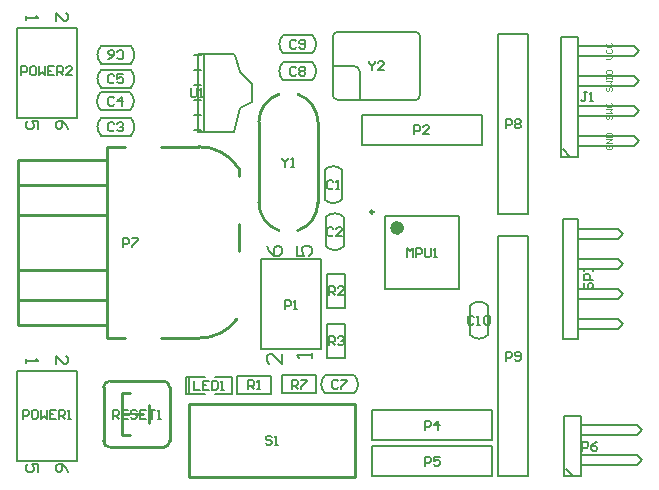
<source format=gto>
G04*
G04 #@! TF.GenerationSoftware,Altium Limited,Altium Designer,19.0.12 (326)*
G04*
G04 Layer_Color=65535*
%FSLAX25Y25*%
%MOIN*%
G70*
G01*
G75*
%ADD10C,0.00500*%
%ADD11C,0.00984*%
%ADD12C,0.02362*%
%ADD13C,0.01000*%
%ADD14C,0.00700*%
%ADD15C,0.00787*%
%ADD16C,0.00800*%
%ADD17C,0.00400*%
D10*
X29079Y123953D02*
G03*
X29079Y118047I2953J-2953D01*
G01*
X38921D02*
G03*
X38921Y123953I-2953J2953D01*
G01*
X104047Y81079D02*
G03*
X109953Y81079I2953J2953D01*
G01*
Y90921D02*
G03*
X104047Y90921I-2953J-2953D01*
G01*
X38921Y142047D02*
G03*
X38921Y147953I-2953J2953D01*
G01*
X29079D02*
G03*
X29079Y142047I2953J-2953D01*
G01*
X109453Y106598D02*
G03*
X103547Y106598I-2953J-2953D01*
G01*
Y96756D02*
G03*
X109453Y96756I2953J2953D01*
G01*
X38772Y126547D02*
G03*
X38772Y132453I-2953J2953D01*
G01*
X28929D02*
G03*
X28929Y126547I2953J-2953D01*
G01*
X29079Y139953D02*
G03*
X29079Y134047I2953J-2953D01*
G01*
X38921D02*
G03*
X38921Y139953I-2953J2953D01*
G01*
X113496Y32178D02*
G03*
X113496Y38084I-2953J2953D01*
G01*
X103654D02*
G03*
X103654Y32178I2953J-2953D01*
G01*
X99524Y136547D02*
G03*
X99524Y142453I-2953J2953D01*
G01*
X89681D02*
G03*
X89681Y136547I2953J-2953D01*
G01*
X99524Y145547D02*
G03*
X99524Y151453I-2953J2953D01*
G01*
X89681D02*
G03*
X89681Y145547I2953J-2953D01*
G01*
X152100Y51579D02*
G03*
X158005Y51579I2953J2953D01*
G01*
Y61421D02*
G03*
X152100Y61421I-2953J-2953D01*
G01*
X29079Y123953D02*
X38921D01*
X29079Y118047D02*
X38921D01*
X104047Y81079D02*
Y90921D01*
X109953Y81079D02*
Y90921D01*
X29079Y142047D02*
X38921D01*
X29079Y147953D02*
X38921D01*
X109453Y96756D02*
Y106598D01*
X103547Y96756D02*
Y106598D01*
X28929Y126547D02*
X38772D01*
X28929Y132453D02*
X38772D01*
X29079Y139953D02*
X38921D01*
X29079Y134047D02*
X38921D01*
X103654Y32178D02*
X113496D01*
X103654Y38084D02*
X113496D01*
X89681Y136547D02*
X99524D01*
X89681Y142453D02*
X99524D01*
X89681Y145547D02*
X99524D01*
X89681Y151453D02*
X99524D01*
X152100Y51579D02*
Y61421D01*
X158005Y51579D02*
Y61421D01*
X85709Y32047D02*
Y37953D01*
X74291D02*
X85709D01*
X74291Y32047D02*
Y37953D01*
Y32047D02*
X85709D01*
X104398Y72059D02*
X110303D01*
X104398Y60642D02*
Y72059D01*
Y60642D02*
X110303D01*
Y72059D01*
X104441Y55358D02*
X110346D01*
X104441Y43941D02*
Y55358D01*
Y43941D02*
X110346D01*
Y55358D01*
X100709Y32178D02*
Y38084D01*
X89291D02*
X100709D01*
X89291Y32178D02*
Y38084D01*
Y32178D02*
X100709D01*
D11*
X119858Y92583D02*
G03*
X119858Y92583I-492J0D01*
G01*
D12*
X128913Y87268D02*
G03*
X128913Y87268I-1181J0D01*
G01*
D13*
X88315Y131805D02*
G03*
X81657Y122492I3185J-9313D01*
G01*
X94685Y86408D02*
G03*
X101342Y95720I-3185J9313D01*
G01*
Y122492D02*
G03*
X94685Y131805I-9843J0D01*
G01*
X81657Y95720D02*
G03*
X88315Y86408I9843J0D01*
G01*
X31189Y82425D02*
G03*
X31189Y82425I0J0D01*
G01*
X74853Y107205D02*
G03*
X61654Y114315I-12956J-8244D01*
G01*
Y50535D02*
G03*
X74367Y56927I243J15354D01*
G01*
X29900Y16177D02*
G03*
X31900Y14177I2000J0D01*
G01*
Y36177D02*
G03*
X29900Y34177I0J-2000D01*
G01*
X51900D02*
G03*
X49900Y36177I-2000J0D01*
G01*
Y14177D02*
G03*
X51900Y16177I0J2000D01*
G01*
X81657Y122492D02*
X81658Y95720D01*
X101342Y122513D02*
X101343Y95720D01*
X31189Y50535D02*
Y114315D01*
X37095D01*
X31189Y50535D02*
X37095D01*
X1268Y109984D02*
X31189D01*
X1268Y54866D02*
Y109984D01*
Y54866D02*
X31189D01*
X1268Y63331D02*
X31189D01*
X1268Y73173D02*
X31189D01*
X1268Y91677D02*
X31189D01*
X1268Y101520D02*
X31189D01*
X74890Y79669D02*
Y88724D01*
X48906Y114315D02*
X61654D01*
X74890Y104472D02*
Y107205D01*
X48906Y50535D02*
X61865D01*
X35900Y32177D02*
X38800D01*
X35900Y18177D02*
Y32177D01*
Y18177D02*
X38800D01*
X44900Y22177D02*
Y28077D01*
X40300Y25177D02*
X42900D01*
X35900D02*
X38500D01*
X31900Y14177D02*
X49900D01*
X29900Y16177D02*
Y34177D01*
X31900Y36177D02*
X49900D01*
X51900Y16177D02*
Y34177D01*
X58441Y28705D02*
X113559D01*
Y4295D02*
Y28705D01*
X58441Y4295D02*
X113559D01*
X58441D02*
Y28705D01*
D14*
X115264Y139331D02*
G03*
X113295Y141299I-1969J0D01*
G01*
X106209Y131850D02*
G03*
X108177Y129882I1969J0D01*
G01*
X133768D02*
G03*
X135343Y131457I0J1575D01*
G01*
Y151142D02*
G03*
X133768Y152717I-1575J0D01*
G01*
X108177D02*
G03*
X106209Y150748I0J-1969D01*
G01*
X115264Y129882D02*
Y139331D01*
X106209Y141299D02*
X113295D01*
X106209Y131850D02*
Y149173D01*
X108177Y129882D02*
X133768D01*
X135343Y131457D02*
Y151142D01*
X108177Y152717D02*
X133768D01*
X106209Y149173D02*
Y150748D01*
D15*
X183000Y50221D02*
Y90221D01*
X188000Y86888D02*
X201333D01*
X203000Y85221D01*
X201333Y83555D02*
X203000Y85221D01*
X188000Y83555D02*
X201333D01*
X188000Y76888D02*
X201333D01*
X203000Y75221D01*
X201333Y73555D02*
X203000Y75221D01*
X188000Y73555D02*
X201333D01*
X188000Y66888D02*
X201333D01*
X203000Y65221D01*
X201333Y63555D02*
X203000Y65221D01*
X188000Y63555D02*
X201333D01*
X188000Y56888D02*
X201333D01*
X203000Y55221D01*
X201333Y53555D02*
X203000Y55221D01*
X188000Y53555D02*
X201333D01*
X183000Y50221D02*
X188000D01*
X183000Y90221D02*
X188000D01*
Y50221D02*
Y90221D01*
X183500Y11569D02*
Y24568D01*
Y4569D02*
Y11569D01*
X184000Y7068D02*
X186500Y4569D01*
X183500D02*
X189000D01*
Y24568D01*
X183500D02*
X189000D01*
X207866Y18199D02*
X209533Y19866D01*
X189000Y18199D02*
X207866D01*
X189000Y21532D02*
X207830D01*
X207866D02*
X209533Y19866D01*
X207866Y11532D02*
X209533Y9866D01*
X207830Y11569D02*
X207866Y11532D01*
X189000D02*
X207830D01*
X189000Y8199D02*
X207866D01*
X209533Y9866D01*
X61300Y119100D02*
Y145100D01*
X63300Y119100D02*
Y145100D01*
X60000Y145000D02*
X62500D01*
X60000Y140000D02*
X62500D01*
X60000Y135000D02*
X62500D01*
X60000Y130000D02*
X62500D01*
X60000Y125000D02*
X62500D01*
X60000Y120000D02*
X62500D01*
X61300Y145100D02*
X63300D01*
X73300D01*
X61300Y119100D02*
X63300D01*
X61300D02*
X73300D01*
X75300Y127100D02*
X79300Y129100D01*
X73300Y119100D02*
X75300Y127100D01*
X79300Y129100D02*
Y135100D01*
X73633Y144933D02*
X75300Y139100D01*
X79300Y135100D01*
X123795Y66795D02*
Y91205D01*
X148205Y66795D02*
Y91205D01*
X123795D02*
X148205D01*
X123795Y66795D02*
X148205D01*
X161500Y152000D02*
X171500D01*
X161500Y92000D02*
X171500D01*
X161500D02*
Y152000D01*
X171500Y92000D02*
Y152000D01*
X161500Y84569D02*
X171500D01*
Y4569D02*
Y84569D01*
X161500Y4569D02*
X171500D01*
X161500D02*
Y84569D01*
X156000Y115000D02*
Y125000D01*
X116000Y115000D02*
X156000D01*
X116000Y125000D02*
X156000D01*
X116000Y115000D02*
Y125000D01*
X119500Y4500D02*
Y14500D01*
X159500D01*
X119500Y4500D02*
X159500D01*
Y14500D01*
X182500Y151000D02*
X188000D01*
Y111000D02*
Y151000D01*
X182500Y111000D02*
X188000D01*
X183000Y113500D02*
X185500Y111000D01*
X182500D02*
Y118000D01*
Y151000D01*
X206866Y147964D02*
X208533Y146297D01*
X188000Y147964D02*
X206830D01*
X188000Y144631D02*
X206866D01*
X208533Y146297D01*
X206866Y137964D02*
X208533Y136297D01*
X188000Y137964D02*
X206830D01*
X188000Y134631D02*
X206866D01*
X208533Y136297D01*
X206866Y124630D02*
X208533Y126297D01*
X188000Y124630D02*
X206866D01*
X188000Y127964D02*
X206830D01*
X206866D02*
X208533Y126297D01*
X206866Y117964D02*
X208533Y116297D01*
X206830Y118000D02*
X206866Y117964D01*
X188000D02*
X206830D01*
X188000Y114630D02*
X206866D01*
X208533Y116297D01*
X102324Y57833D02*
Y77000D01*
Y47000D02*
Y77000D01*
X82324Y47000D02*
Y77000D01*
Y47000D02*
X102324D01*
X82324Y77000D02*
X102324D01*
X119500Y16500D02*
Y26500D01*
X159500D01*
X119500Y16500D02*
X159500D01*
Y26500D01*
X1000Y9500D02*
Y28667D01*
Y9500D02*
Y39500D01*
X21000Y9500D02*
Y39500D01*
X1000D02*
X21000D01*
X1000Y9500D02*
X21000D01*
X1000Y124000D02*
Y143167D01*
Y124000D02*
Y154000D01*
X21000Y124000D02*
Y154000D01*
X1000D02*
X21000D01*
X1000Y124000D02*
X21000D01*
D16*
X57360Y37668D02*
X58360D01*
X57360Y32068D02*
Y37668D01*
Y32068D02*
X58360D01*
X58460Y37668D02*
X63760D01*
X58360Y32268D02*
Y37668D01*
Y32068D02*
X63760D01*
X67160Y37668D02*
X72560D01*
Y37468D02*
Y37668D01*
Y32068D02*
Y37468D01*
X72460Y32068D02*
X72560D01*
X67160D02*
X72460D01*
X33499Y121999D02*
X33000Y122499D01*
X32000D01*
X31500Y121999D01*
Y120000D01*
X32000Y119500D01*
X33000D01*
X33499Y120000D01*
X34499Y121999D02*
X34999Y122499D01*
X35999D01*
X36498Y121999D01*
Y121499D01*
X35999Y121000D01*
X35499D01*
X35999D01*
X36498Y120500D01*
Y120000D01*
X35999Y119500D01*
X34999D01*
X34499Y120000D01*
X190501Y68999D02*
X190001Y68499D01*
Y67500D01*
X190501Y67000D01*
X191001D01*
X191500Y67500D01*
Y68499D01*
X192000Y68999D01*
X192500D01*
X193000Y68499D01*
Y67500D01*
X192500Y67000D01*
X193000Y69999D02*
X190001D01*
Y71499D01*
X190501Y71998D01*
X191500D01*
X192000Y71499D01*
Y69999D01*
X190001Y72998D02*
Y73998D01*
Y73498D01*
X193000D01*
Y72998D01*
Y73998D01*
X99324Y44000D02*
Y45666D01*
Y44833D01*
X94326D01*
X95159Y44000D01*
X89324Y45332D02*
Y42000D01*
X85992Y45332D01*
X85159D01*
X84326Y44499D01*
Y42833D01*
X85159Y42000D01*
X94326Y81332D02*
Y78000D01*
X96825D01*
X95992Y79666D01*
Y80499D01*
X96825Y81332D01*
X98491D01*
X99324Y80499D01*
Y78833D01*
X98491Y78000D01*
X84326Y81332D02*
X85159Y79666D01*
X86825Y78000D01*
X88491D01*
X89324Y78833D01*
Y80499D01*
X88491Y81332D01*
X87658D01*
X86825Y80499D01*
Y78000D01*
X4000Y43500D02*
Y42167D01*
Y42834D01*
X7999D01*
X7332Y43500D01*
X14000Y41834D02*
Y44500D01*
X16666Y41834D01*
X17332D01*
X17999Y42501D01*
Y43834D01*
X17332Y44500D01*
X7999Y5834D02*
Y8500D01*
X5999D01*
X6666Y7167D01*
Y6501D01*
X5999Y5834D01*
X4666D01*
X4000Y6501D01*
Y7834D01*
X4666Y8500D01*
X17999Y5834D02*
X17332Y7167D01*
X15999Y8500D01*
X14667D01*
X14000Y7834D01*
Y6501D01*
X14667Y5834D01*
X15333D01*
X15999Y6501D01*
Y8500D01*
X4000Y158000D02*
Y156667D01*
Y157334D01*
X7999D01*
X7332Y158000D01*
X14000Y156334D02*
Y159000D01*
X16666Y156334D01*
X17332D01*
X17999Y157001D01*
Y158334D01*
X17332Y159000D01*
X7999Y120334D02*
Y123000D01*
X5999D01*
X6666Y121667D01*
Y121001D01*
X5999Y120334D01*
X4666D01*
X4000Y121001D01*
Y122334D01*
X4666Y123000D01*
X17999Y120334D02*
X17332Y121667D01*
X15999Y123000D01*
X14667D01*
X14000Y122334D01*
Y121001D01*
X14667Y120334D01*
X15333D01*
X15999Y121001D01*
Y123000D01*
X189500Y13069D02*
Y16068D01*
X190999D01*
X191499Y15568D01*
Y14568D01*
X190999Y14068D01*
X189500D01*
X194498Y16068D02*
X193499Y15568D01*
X192499Y14568D01*
Y13568D01*
X192999Y13069D01*
X193999D01*
X194498Y13568D01*
Y14068D01*
X193999Y14568D01*
X192499D01*
X58906Y133896D02*
Y131397D01*
X59406Y130897D01*
X60406D01*
X60906Y131397D01*
Y133896D01*
X61905Y130897D02*
X62905D01*
X62405D01*
Y133896D01*
X61905Y133396D01*
X131000Y77500D02*
Y80499D01*
X132000Y79499D01*
X132999Y80499D01*
Y77500D01*
X133999D02*
Y80499D01*
X135499D01*
X135998Y79999D01*
Y79000D01*
X135499Y78500D01*
X133999D01*
X136998Y80499D02*
Y78000D01*
X137498Y77500D01*
X138498D01*
X138997Y78000D01*
Y80499D01*
X139997Y77500D02*
X140997D01*
X140497D01*
Y80499D01*
X139997Y79999D01*
X164000Y120462D02*
Y123461D01*
X165499D01*
X165999Y122961D01*
Y121962D01*
X165499Y121462D01*
X164000D01*
X166999Y122961D02*
X167499Y123461D01*
X168499D01*
X168998Y122961D01*
Y122462D01*
X168499Y121962D01*
X168998Y121462D01*
Y120962D01*
X168499Y120462D01*
X167499D01*
X166999Y120962D01*
Y121462D01*
X167499Y121962D01*
X166999Y122462D01*
Y122961D01*
X167499Y121962D02*
X168499D01*
X106493Y86999D02*
X105993Y87499D01*
X104993D01*
X104494Y86999D01*
Y85000D01*
X104993Y84500D01*
X105993D01*
X106493Y85000D01*
X109492Y84500D02*
X107493D01*
X109492Y86499D01*
Y86999D01*
X108992Y87499D01*
X107993D01*
X107493Y86999D01*
X89500Y110599D02*
Y110099D01*
X90500Y109099D01*
X91499Y110099D01*
Y110599D01*
X90500Y109099D02*
Y107600D01*
X92499D02*
X93499D01*
X92999D01*
Y110599D01*
X92499Y110099D01*
X164000Y43069D02*
Y46068D01*
X165499D01*
X165999Y45568D01*
Y44568D01*
X165499Y44068D01*
X164000D01*
X166999Y43568D02*
X167499Y43069D01*
X168499D01*
X168998Y43568D01*
Y45568D01*
X168499Y46068D01*
X167499D01*
X166999Y45568D01*
Y45068D01*
X167499Y44568D01*
X168998D01*
X133500Y118502D02*
Y121501D01*
X135000D01*
X135499Y121002D01*
Y120002D01*
X135000Y119502D01*
X133500D01*
X138498Y118502D02*
X136499D01*
X138498Y120502D01*
Y121002D01*
X137999Y121501D01*
X136999D01*
X136499Y121002D01*
X137000Y8000D02*
Y10999D01*
X138499D01*
X138999Y10499D01*
Y9499D01*
X138499Y9000D01*
X137000D01*
X141998Y10999D02*
X139999D01*
Y9499D01*
X140999Y9999D01*
X141499D01*
X141998Y9499D01*
Y8500D01*
X141499Y8000D01*
X140499D01*
X139999Y8500D01*
X36300Y80900D02*
Y83899D01*
X37800D01*
X38299Y83399D01*
Y82399D01*
X37800Y81900D01*
X36300D01*
X39299Y83899D02*
X41298D01*
Y83399D01*
X39299Y81400D01*
Y80900D01*
X118302Y142799D02*
Y142299D01*
X119302Y141299D01*
X120302Y142299D01*
Y142799D01*
X119302Y141299D02*
Y139800D01*
X123301D02*
X121301D01*
X123301Y141799D01*
Y142299D01*
X122801Y142799D01*
X121801D01*
X121301Y142299D01*
X86010Y17549D02*
X85510Y18049D01*
X84511D01*
X84011Y17549D01*
Y17049D01*
X84511Y16549D01*
X85510D01*
X86010Y16049D01*
Y15549D01*
X85510Y15050D01*
X84511D01*
X84011Y15549D01*
X87010Y15050D02*
X88010D01*
X87510D01*
Y18049D01*
X87010Y17549D01*
X32900Y23677D02*
Y26676D01*
X34399D01*
X34899Y26176D01*
Y25177D01*
X34399Y24677D01*
X32900D01*
X33900D02*
X34899Y23677D01*
X37898Y26676D02*
X35899D01*
Y23677D01*
X37898D01*
X35899Y25177D02*
X36899D01*
X40897Y26176D02*
X40397Y26676D01*
X39398D01*
X38898Y26176D01*
Y25677D01*
X39398Y25177D01*
X40397D01*
X40897Y24677D01*
Y24177D01*
X40397Y23677D01*
X39398D01*
X38898Y24177D01*
X43896Y26676D02*
X41897D01*
Y23677D01*
X43896D01*
X41897Y25177D02*
X42897D01*
X44896Y26676D02*
X46895D01*
X45896D01*
Y23677D01*
X47895D02*
X48895D01*
X48395D01*
Y26676D01*
X47895Y26176D01*
X92550Y33631D02*
Y36630D01*
X94050D01*
X94550Y36130D01*
Y35131D01*
X94050Y34631D01*
X92550D01*
X93550D02*
X94550Y33631D01*
X95549Y36630D02*
X97549D01*
Y36130D01*
X95549Y34131D01*
Y33631D01*
X104894Y48200D02*
Y51199D01*
X106393D01*
X106893Y50699D01*
Y49700D01*
X106393Y49200D01*
X104894D01*
X105893D02*
X106893Y48200D01*
X107893Y50699D02*
X108393Y51199D01*
X109392D01*
X109892Y50699D01*
Y50199D01*
X109392Y49700D01*
X108892D01*
X109392D01*
X109892Y49200D01*
Y48700D01*
X109392Y48200D01*
X108393D01*
X107893Y48700D01*
X104901Y64868D02*
Y67867D01*
X106400D01*
X106900Y67368D01*
Y66368D01*
X106400Y65868D01*
X104901D01*
X105901D02*
X106900Y64868D01*
X109899D02*
X107900D01*
X109899Y66868D01*
Y67368D01*
X109399Y67867D01*
X108400D01*
X107900Y67368D01*
X78050Y33497D02*
Y36496D01*
X79550D01*
X80050Y35996D01*
Y34996D01*
X79550Y34497D01*
X78050D01*
X79050D02*
X80050Y33497D01*
X81049D02*
X82049D01*
X81549D01*
Y36496D01*
X81049Y35996D01*
X2500Y138200D02*
Y141199D01*
X3999D01*
X4499Y140699D01*
Y139699D01*
X3999Y139200D01*
X2500D01*
X6999Y141199D02*
X5999D01*
X5499Y140699D01*
Y138700D01*
X5999Y138200D01*
X6999D01*
X7498Y138700D01*
Y140699D01*
X6999Y141199D01*
X8498D02*
Y138200D01*
X9498Y139200D01*
X10497Y138200D01*
Y141199D01*
X13496D02*
X11497D01*
Y138200D01*
X13496D01*
X11497Y139699D02*
X12497D01*
X14496Y138200D02*
Y141199D01*
X15996D01*
X16496Y140699D01*
Y139699D01*
X15996Y139200D01*
X14496D01*
X15496D02*
X16496Y138200D01*
X19494D02*
X17495D01*
X19494Y140199D01*
Y140699D01*
X18995Y141199D01*
X17995D01*
X17495Y140699D01*
X3000Y23700D02*
Y26699D01*
X4499D01*
X4999Y26199D01*
Y25199D01*
X4499Y24700D01*
X3000D01*
X7499Y26699D02*
X6499D01*
X5999Y26199D01*
Y24200D01*
X6499Y23700D01*
X7499D01*
X7998Y24200D01*
Y26199D01*
X7499Y26699D01*
X8998D02*
Y23700D01*
X9998Y24700D01*
X10997Y23700D01*
Y26699D01*
X13996D02*
X11997D01*
Y23700D01*
X13996D01*
X11997Y25199D02*
X12997D01*
X14996Y23700D02*
Y26699D01*
X16496D01*
X16996Y26199D01*
Y25199D01*
X16496Y24700D01*
X14996D01*
X15996D02*
X16996Y23700D01*
X17995D02*
X18995D01*
X18495D01*
Y26699D01*
X17995Y26199D01*
X136951Y20000D02*
Y22999D01*
X138451D01*
X138951Y22499D01*
Y21499D01*
X138451Y21000D01*
X136951D01*
X141450Y20000D02*
Y22999D01*
X139950Y21499D01*
X141950D01*
X90324Y60159D02*
Y63158D01*
X91824D01*
X92323Y62658D01*
Y61659D01*
X91824Y61159D01*
X90324D01*
X93323Y60159D02*
X94323D01*
X93823D01*
Y63158D01*
X93323Y62658D01*
X59960Y36361D02*
Y33362D01*
X61960D01*
X64959Y36361D02*
X62959D01*
Y33362D01*
X64959D01*
X62959Y34861D02*
X63959D01*
X65958Y36361D02*
Y33362D01*
X67458D01*
X67958Y33862D01*
Y35861D01*
X67458Y36361D01*
X65958D01*
X68957Y33362D02*
X69957D01*
X69457D01*
Y36361D01*
X68957Y35861D01*
X190999Y132499D02*
X190000D01*
X190499D01*
Y130000D01*
X190000Y129500D01*
X189500D01*
X189000Y130000D01*
X191999Y129500D02*
X192999D01*
X192499D01*
Y132499D01*
X191999Y131999D01*
X153299Y57469D02*
X152799Y57969D01*
X151800D01*
X151300Y57469D01*
Y55470D01*
X151800Y54970D01*
X152799D01*
X153299Y55470D01*
X154299Y54970D02*
X155299D01*
X154799D01*
Y57969D01*
X154299Y57469D01*
X156798D02*
X157298Y57969D01*
X158298D01*
X158798Y57469D01*
Y55470D01*
X158298Y54970D01*
X157298D01*
X156798Y55470D01*
Y57469D01*
X94102Y149499D02*
X93602Y149999D01*
X92602D01*
X92102Y149499D01*
Y147500D01*
X92602Y147000D01*
X93602D01*
X94102Y147500D01*
X95101D02*
X95601Y147000D01*
X96601D01*
X97101Y147500D01*
Y149499D01*
X96601Y149999D01*
X95601D01*
X95101Y149499D01*
Y148999D01*
X95601Y148500D01*
X97101D01*
X94102Y140499D02*
X93602Y140999D01*
X92602D01*
X92102Y140499D01*
Y138500D01*
X92602Y138000D01*
X93602D01*
X94102Y138500D01*
X95101Y140499D02*
X95601Y140999D01*
X96601D01*
X97101Y140499D01*
Y139999D01*
X96601Y139499D01*
X97101Y139000D01*
Y138500D01*
X96601Y138000D01*
X95601D01*
X95101Y138500D01*
Y139000D01*
X95601Y139499D01*
X95101Y139999D01*
Y140499D01*
X95601Y139499D02*
X96601D01*
X108074Y36152D02*
X107574Y36652D01*
X106575D01*
X106075Y36152D01*
Y34153D01*
X106575Y33653D01*
X107574D01*
X108074Y34153D01*
X109074Y36652D02*
X111073D01*
Y36152D01*
X109074Y34153D01*
Y33653D01*
X34501Y144001D02*
X35001Y143501D01*
X36000D01*
X36500Y144001D01*
Y146000D01*
X36000Y146500D01*
X35001D01*
X34501Y146000D01*
X31502Y143501D02*
X32501Y144001D01*
X33501Y145001D01*
Y146000D01*
X33001Y146500D01*
X32001D01*
X31502Y146000D01*
Y145500D01*
X32001Y145001D01*
X33501D01*
X33499Y137999D02*
X33000Y138499D01*
X32000D01*
X31500Y137999D01*
Y136000D01*
X32000Y135500D01*
X33000D01*
X33499Y136000D01*
X36498Y138499D02*
X34499D01*
Y136999D01*
X35499Y137499D01*
X35999D01*
X36498Y136999D01*
Y136000D01*
X35999Y135500D01*
X34999D01*
X34499Y136000D01*
X33399Y130499D02*
X32899Y130999D01*
X31900D01*
X31400Y130499D01*
Y128500D01*
X31900Y128000D01*
X32899D01*
X33399Y128500D01*
X35899Y128000D02*
Y130999D01*
X34399Y129499D01*
X36398D01*
X106499Y102727D02*
X106000Y103227D01*
X105000D01*
X104500Y102727D01*
Y100727D01*
X105000Y100227D01*
X106000D01*
X106499Y100727D01*
X107499Y100227D02*
X108499D01*
X107999D01*
Y103227D01*
X107499Y102727D01*
D17*
X197834Y124833D02*
X197501Y124500D01*
Y123833D01*
X197834Y123500D01*
X198167D01*
X198500Y123833D01*
Y124500D01*
X198834Y124833D01*
X199167D01*
X199500Y124500D01*
Y123833D01*
X199167Y123500D01*
X197501Y125499D02*
X199500D01*
X198834Y126166D01*
X199500Y126832D01*
X197501D01*
X197834Y128832D02*
X197501Y128498D01*
Y127832D01*
X197834Y127499D01*
X199167D01*
X199500Y127832D01*
Y128498D01*
X199167Y128832D01*
X197501Y143500D02*
X198834D01*
X199500Y144167D01*
X198834Y144833D01*
X197501D01*
X197834Y146832D02*
X197501Y146499D01*
Y145833D01*
X197834Y145499D01*
X199167D01*
X199500Y145833D01*
Y146499D01*
X199167Y146832D01*
X197834Y148832D02*
X197501Y148498D01*
Y147832D01*
X197834Y147499D01*
X199167D01*
X199500Y147832D01*
Y148498D01*
X199167Y148832D01*
X197834Y134333D02*
X197501Y134000D01*
Y133333D01*
X197834Y133000D01*
X198167D01*
X198500Y133333D01*
Y134000D01*
X198834Y134333D01*
X199167D01*
X199500Y134000D01*
Y133333D01*
X199167Y133000D01*
X197501Y134999D02*
X199500D01*
X198834Y135666D01*
X199500Y136332D01*
X197501D01*
Y136999D02*
Y137665D01*
Y137332D01*
X199500D01*
Y136999D01*
Y137665D01*
X197501Y139664D02*
Y138998D01*
X197834Y138665D01*
X199167D01*
X199500Y138998D01*
Y139664D01*
X199167Y139998D01*
X197834D01*
X197501Y139664D01*
X197834Y114833D02*
X197501Y114500D01*
Y113833D01*
X197834Y113500D01*
X199167D01*
X199500Y113833D01*
Y114500D01*
X199167Y114833D01*
X198500D01*
Y114166D01*
X199500Y115499D02*
X197501D01*
X199500Y116832D01*
X197501D01*
Y117499D02*
X199500D01*
Y118498D01*
X199167Y118832D01*
X197834D01*
X197501Y118498D01*
Y117499D01*
M02*

</source>
